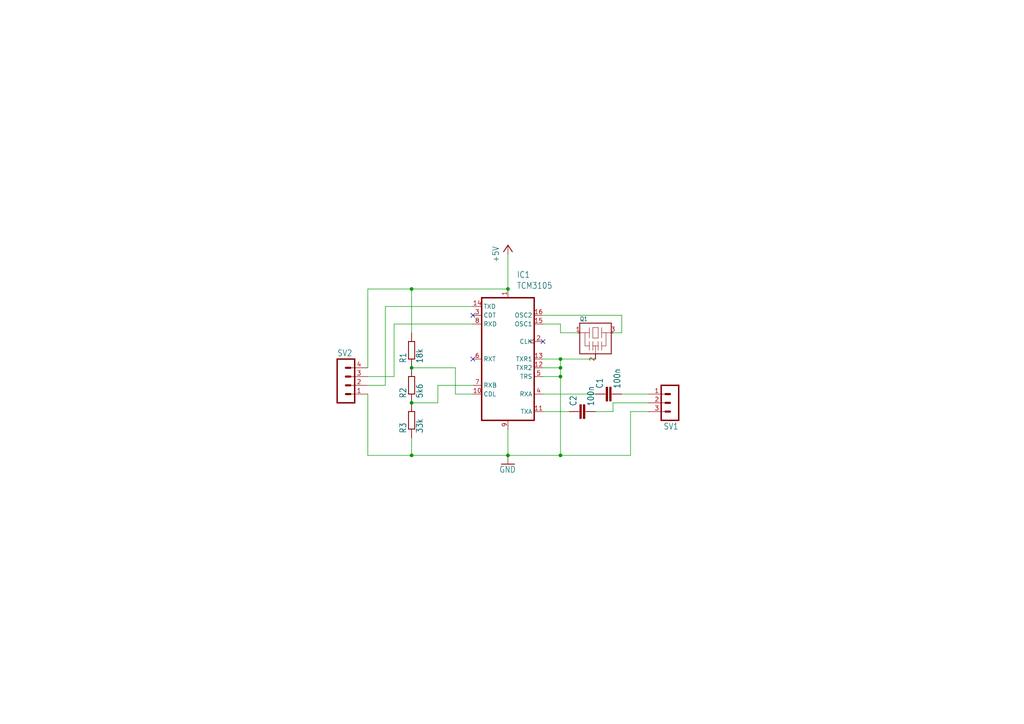
<source format=kicad_sch>
(kicad_sch (version 20230121) (generator eeschema)
  (paper "A4")
  (lib_symbols
    (symbol "FSKmodem-eagle-import:con-lstb_MA03-1"
      (property "Reference" "SV" (at -1.27 5.842 0))
      (symbol "con-lstb_MA03-1_1_0"
        (polyline (pts (xy -1.27 5.08) (xy -1.27 -5.08)) (stroke (width 0.4064)))
        (polyline (pts (xy -1.27 5.08) (xy 3.81 5.08)) (stroke (width 0.4064)))
        (polyline (pts (xy 1.27 -2.54) (xy 2.54 -2.54)) (stroke (width 0.6096)))
        (polyline (pts (xy 1.27 0) (xy 2.54 0)) (stroke (width 0.6096)))
        (polyline (pts (xy 1.27 2.54) (xy 2.54 2.54)) (stroke (width 0.6096)))
        (polyline (pts (xy 3.81 -5.08) (xy -1.27 -5.08)) (stroke (width 0.4064)))
        (polyline (pts (xy 3.81 -5.08) (xy 3.81 5.08)) (stroke (width 0.4064)))
        (pin passive line (at 7.62 -2.54 180) (length 5.08) (name "1") (number "1"))
        (pin passive line (at 7.62 0 180) (length 5.08) (name "2") (number "2"))
        (pin passive line (at 7.62 2.54 180) (length 5.08) (name "3") (number "3"))
      )
    )
    (symbol "FSKmodem-eagle-import:con-lstb_MA04-1"
      (property "Reference" "SV" (at -1.27 5.842 0))
      (symbol "con-lstb_MA04-1_1_0"
        (polyline (pts (xy -1.27 5.08) (xy -1.27 -7.62)) (stroke (width 0.4064)))
        (polyline (pts (xy -1.27 5.08) (xy 3.81 5.08)) (stroke (width 0.4064)))
        (polyline (pts (xy 1.27 -5.08) (xy 2.54 -5.08)) (stroke (width 0.6096)))
        (polyline (pts (xy 1.27 -2.54) (xy 2.54 -2.54)) (stroke (width 0.6096)))
        (polyline (pts (xy 1.27 0) (xy 2.54 0)) (stroke (width 0.6096)))
        (polyline (pts (xy 1.27 2.54) (xy 2.54 2.54)) (stroke (width 0.6096)))
        (polyline (pts (xy 3.81 -7.62) (xy -1.27 -7.62)) (stroke (width 0.4064)))
        (polyline (pts (xy 3.81 -7.62) (xy 3.81 5.08)) (stroke (width 0.4064)))
        (pin passive line (at 7.62 -5.08 180) (length 5.08) (name "1") (number "1"))
        (pin passive line (at 7.62 -2.54 180) (length 5.08) (name "2") (number "2"))
        (pin passive line (at 7.62 0 180) (length 5.08) (name "3") (number "3"))
        (pin passive line (at 7.62 2.54 180) (length 5.08) (name "4") (number "4"))
      )
    )
    (symbol "FSKmodem-eagle-import:murata-resonators_CSTLS_G"
      (property "Reference" "Q" (at -4.572 3.302 0))
      (symbol "murata-resonators_CSTLS_G_1_0"
        (polyline (pts (xy -4.572 -6.096) (xy -4.572 2.794)) (stroke (width 0.254)))
        (polyline (pts (xy -4.572 0) (xy -5.08 0)) (stroke (width 0.254)))
        (polyline (pts (xy -4.572 2.794) (xy 4.572 2.794)) (stroke (width 0.254)))
        (polyline (pts (xy -3.048 -3.81) (xy -1.778 -3.81)) (stroke (width 0.127)))
        (polyline (pts (xy -3.048 0) (xy -4.572 0)) (stroke (width 0.127)))
        (polyline (pts (xy -3.048 0) (xy -3.048 -3.81)) (stroke (width 0.127)))
        (polyline (pts (xy -1.778 -3.81) (xy -1.778 -5.08)) (stroke (width 0.127)))
        (polyline (pts (xy -1.778 -2.54) (xy -1.778 -3.81)) (stroke (width 0.127)))
        (polyline (pts (xy -1.778 0) (xy -3.048 0)) (stroke (width 0.127)))
        (polyline (pts (xy -1.778 0) (xy -1.778 -1.524)) (stroke (width 0.127)))
        (polyline (pts (xy -1.778 1.524) (xy -1.778 0)) (stroke (width 0.127)))
        (polyline (pts (xy -0.762 -3.81) (xy -0.762 -5.08)) (stroke (width 0.127)))
        (polyline (pts (xy -0.762 -3.81) (xy 0 -3.81)) (stroke (width 0.127)))
        (polyline (pts (xy -0.762 -2.54) (xy -0.762 -3.81)) (stroke (width 0.127)))
        (polyline (pts (xy -0.762 -1.524) (xy -0.762 1.524)) (stroke (width 0.127)))
        (polyline (pts (xy -0.762 1.524) (xy 0.762 1.524)) (stroke (width 0.127)))
        (polyline (pts (xy 0 -6.096) (xy 0 -7.62)) (stroke (width 0.254)))
        (polyline (pts (xy 0 -3.81) (xy 0 -6.096)) (stroke (width 0.127)))
        (polyline (pts (xy 0 -3.81) (xy 0.762 -3.81)) (stroke (width 0.127)))
        (polyline (pts (xy 0.762 -3.81) (xy 0.762 -5.08)) (stroke (width 0.127)))
        (polyline (pts (xy 0.762 -2.54) (xy 0.762 -3.81)) (stroke (width 0.127)))
        (polyline (pts (xy 0.762 -1.524) (xy -0.762 -1.524)) (stroke (width 0.127)))
        (polyline (pts (xy 0.762 1.524) (xy 0.762 -1.524)) (stroke (width 0.127)))
        (polyline (pts (xy 1.778 -3.81) (xy 1.778 -5.08)) (stroke (width 0.127)))
        (polyline (pts (xy 1.778 -3.81) (xy 3.048 -3.81)) (stroke (width 0.127)))
        (polyline (pts (xy 1.778 -2.54) (xy 1.778 -3.81)) (stroke (width 0.127)))
        (polyline (pts (xy 1.778 0) (xy 1.778 -1.524)) (stroke (width 0.127)))
        (polyline (pts (xy 1.778 0) (xy 3.048 0)) (stroke (width 0.127)))
        (polyline (pts (xy 1.778 1.524) (xy 1.778 0)) (stroke (width 0.127)))
        (polyline (pts (xy 3.048 -3.81) (xy 3.048 0)) (stroke (width 0.127)))
        (polyline (pts (xy 3.048 0) (xy 4.572 0)) (stroke (width 0.127)))
        (polyline (pts (xy 4.572 -6.096) (xy -4.572 -6.096)) (stroke (width 0.254)))
        (polyline (pts (xy 4.572 0) (xy 5.08 0)) (stroke (width 0.254)))
        (polyline (pts (xy 4.572 2.794) (xy 4.572 -6.096)) (stroke (width 0.254)))
        (pin output line (at -5.08 0 0) (length 0) (name "1") (number "1"))
        (pin power_in line (at 0 -7.62 90) (length 0) (name "VSS") (number "2"))
        (pin input line (at 5.08 0 180) (length 0) (name "3") (number "3"))
      )
    )
    (symbol "FSKmodem-eagle-import:rcl_C-EU050-024X044"
      (property "Reference" "C" (at 1.524 0.381 0))
      (symbol "rcl_C-EU050-024X044_1_0"
        (rectangle (start -2.032 -2.032) (end 2.032 -1.524) (fill (type outline)))
        (rectangle (start -2.032 -1.016) (end 2.032 -0.508) (fill (type outline)))
        (polyline (pts (xy 0 -2.54) (xy 0 -2.032)) (stroke (width 0.1524)))
        (polyline (pts (xy 0 0) (xy 0 -0.508)) (stroke (width 0.1524)))
        (pin passive line (at 0 2.54 270) (length 2.54) (name "1") (number "1"))
        (pin passive line (at 0 -5.08 90) (length 2.54) (name "2") (number "2"))
      )
    )
    (symbol "FSKmodem-eagle-import:rcl_R-EU_0204/5"
      (property "Reference" "R" (at -3.81 1.4986 0))
      (symbol "rcl_R-EU_0204/5_1_0"
        (polyline (pts (xy -2.54 -0.889) (xy -2.54 0.889)) (stroke (width 0.254)))
        (polyline (pts (xy -2.54 -0.889) (xy 2.54 -0.889)) (stroke (width 0.254)))
        (polyline (pts (xy 2.54 -0.889) (xy 2.54 0.889)) (stroke (width 0.254)))
        (polyline (pts (xy 2.54 0.889) (xy -2.54 0.889)) (stroke (width 0.254)))
        (pin passive line (at -5.08 0 0) (length 2.54) (name "1") (number "1"))
        (pin passive line (at 5.08 0 180) (length 2.54) (name "2") (number "2"))
      )
    )
    (symbol "FSKmodem-eagle-import:supply1_+5V" (power)
      (property "Value" "supply1_+5V" (at -2.54 -5.08 90))
      (symbol "supply1_+5V_1_0"
        (polyline (pts (xy 0 0) (xy -1.27 -1.905)) (stroke (width 0.254)))
        (polyline (pts (xy 1.27 -1.905) (xy 0 0)) (stroke (width 0.254)))
        (pin power_in line (at 0 -2.54 90) (length 2.54) (name "+5V") (number "1"))
      )
    )
    (symbol "FSKmodem-eagle-import:supply1_GND" (power)
      (property "Value" "supply1_GND" (at -2.54 -2.54 0))
      (symbol "supply1_GND_1_0"
        (polyline (pts (xy -1.905 0) (xy 1.905 0)) (stroke (width 0.254)))
        (pin power_in line (at 0 2.54 270) (length 2.54) (name "GND") (number "1"))
      )
    )
    (symbol "FSKmodem-eagle-import:tcm3105_TCM3105"
      (property "Reference" "IC" (at 0 15.875 0))
      (symbol "tcm3105_TCM3105_1_0"
        (polyline (pts (xy -10.16 -25.4) (xy -10.16 10.16)) (stroke (width 0.4064)))
        (polyline (pts (xy -10.16 -25.4) (xy 5.08 -25.4)) (stroke (width 0.4064)))
        (polyline (pts (xy 5.08 10.16) (xy -10.16 10.16)) (stroke (width 0.4064)))
        (polyline (pts (xy 5.08 10.16) (xy 5.08 -25.4)) (stroke (width 0.4064)))
        (pin power_in line (at -2.54 12.7 270) (length 2.54) (name "VDD") (number "1"))
        (pin bidirectional line (at -12.7 -17.78 0) (length 2.54) (name "CDL") (number "10"))
        (pin output line (at 7.62 -22.86 180) (length 2.54) (name "TXA") (number "11"))
        (pin input line (at 7.62 -10.16 180) (length 2.54) (name "TXR2") (number "12"))
        (pin input line (at 7.62 -7.62 180) (length 2.54) (name "TXR1") (number "13"))
        (pin input line (at -12.7 7.62 0) (length 2.54) (name "TXD") (number "14"))
        (pin bidirectional line (at 7.62 2.54 180) (length 2.54) (name "OSC1") (number "15"))
        (pin bidirectional line (at 7.62 5.08 180) (length 2.54) (name "OSC2") (number "16"))
        (pin output clock (at 7.62 -2.54 180) (length 2.54) (name "CLK") (number "2"))
        (pin output line (at -12.7 5.08 0) (length 2.54) (name "CDT") (number "3"))
        (pin input line (at 7.62 -17.78 180) (length 2.54) (name "RXA") (number "4"))
        (pin input line (at 7.62 -12.7 180) (length 2.54) (name "TRS") (number "5"))
        (pin bidirectional line (at -12.7 -7.62 0) (length 2.54) (name "RXT") (number "6"))
        (pin bidirectional line (at -12.7 -15.24 0) (length 2.54) (name "RXB") (number "7"))
        (pin output line (at -12.7 2.54 0) (length 2.54) (name "RXD") (number "8"))
        (pin power_in line (at -2.54 -27.94 90) (length 2.54) (name "VSS") (number "9"))
      )
    )
  )
  (junction (at 162.56 104.14))
  (junction (at 119.38 83.82))
  (junction (at 119.38 116.84))
  (junction (at 162.56 106.68))
  (junction (at 119.38 106.68))
  (junction (at 147.32 83.82))
  (junction (at 162.56 109.22))
  (junction (at 162.56 132.08))
  (junction (at 119.38 132.08))
  (junction (at 147.32 132.08))
  (no_connect (at 157.48 99.06))
  (no_connect (at 137.16 91.44))
  (no_connect (at 137.16 104.14))
  (wire (pts (xy 180.34 96.52) (xy 177.8 96.52)) (stroke (width 0.1524)))
  (wire (pts (xy 132.08 114.3) (xy 137.16 114.3)) (stroke (width 0.1524)))
  (wire (pts (xy 106.68 132.08) (xy 106.68 114.3)) (stroke (width 0.1524)))
  (wire (pts (xy 137.16 93.98) (xy 114.3 93.98)) (stroke (width 0.1524)))
  (wire (pts (xy 119.38 106.68) (xy 132.08 106.68)) (stroke (width 0.1524)))
  (wire (pts (xy 177.8 116.84) (xy 187.96 116.84)) (stroke (width 0.1524)))
  (wire (pts (xy 147.32 132.08) (xy 119.38 132.08)) (stroke (width 0.1524)))
  (wire (pts (xy 132.08 106.68) (xy 132.08 114.3)) (stroke (width 0.1524)))
  (wire (pts (xy 111.76 88.9) (xy 111.76 111.76)) (stroke (width 0.1524)))
  (wire (pts (xy 106.68 106.68) (xy 106.68 83.82)) (stroke (width 0.1524)))
  (wire (pts (xy 172.72 119.38) (xy 177.8 119.38)) (stroke (width 0.1524)))
  (wire (pts (xy 127 116.84) (xy 127 111.76)) (stroke (width 0.1524)))
  (wire (pts (xy 106.68 83.82) (xy 119.38 83.82)) (stroke (width 0.1524)))
  (wire (pts (xy 147.32 73.66) (xy 147.32 83.82)) (stroke (width 0.1524)))
  (wire (pts (xy 157.48 109.22) (xy 162.56 109.22)) (stroke (width 0.1524)))
  (wire (pts (xy 157.48 119.38) (xy 165.1 119.38)) (stroke (width 0.1524)))
  (wire (pts (xy 114.3 93.98) (xy 114.3 109.22)) (stroke (width 0.1524)))
  (wire (pts (xy 127 111.76) (xy 137.16 111.76)) (stroke (width 0.1524)))
  (wire (pts (xy 162.56 104.14) (xy 162.56 106.68)) (stroke (width 0.1524)))
  (wire (pts (xy 180.34 114.3) (xy 187.96 114.3)) (stroke (width 0.1524)))
  (wire (pts (xy 111.76 88.9) (xy 137.16 88.9)) (stroke (width 0.1524)))
  (wire (pts (xy 177.8 119.38) (xy 177.8 116.84)) (stroke (width 0.1524)))
  (wire (pts (xy 187.96 119.38) (xy 182.88 119.38)) (stroke (width 0.1524)))
  (wire (pts (xy 147.32 124.46) (xy 147.32 132.08)) (stroke (width 0.1524)))
  (wire (pts (xy 162.56 96.52) (xy 162.56 93.98)) (stroke (width 0.1524)))
  (wire (pts (xy 180.34 91.44) (xy 180.34 96.52)) (stroke (width 0.1524)))
  (wire (pts (xy 162.56 106.68) (xy 162.56 109.22)) (stroke (width 0.1524)))
  (wire (pts (xy 182.88 119.38) (xy 182.88 132.08)) (stroke (width 0.1524)))
  (wire (pts (xy 182.88 132.08) (xy 162.56 132.08)) (stroke (width 0.1524)))
  (wire (pts (xy 119.38 116.84) (xy 127 116.84)) (stroke (width 0.1524)))
  (wire (pts (xy 119.38 96.52) (xy 119.38 83.82)) (stroke (width 0.1524)))
  (wire (pts (xy 162.56 93.98) (xy 157.48 93.98)) (stroke (width 0.1524)))
  (wire (pts (xy 167.64 96.52) (xy 162.56 96.52)) (stroke (width 0.1524)))
  (wire (pts (xy 157.48 104.14) (xy 162.56 104.14)) (stroke (width 0.1524)))
  (wire (pts (xy 111.76 111.76) (xy 106.68 111.76)) (stroke (width 0.1524)))
  (wire (pts (xy 162.56 132.08) (xy 147.32 132.08)) (stroke (width 0.1524)))
  (wire (pts (xy 119.38 83.82) (xy 147.32 83.82)) (stroke (width 0.1524)))
  (wire (pts (xy 119.38 127) (xy 119.38 132.08)) (stroke (width 0.1524)))
  (wire (pts (xy 157.48 91.44) (xy 180.34 91.44)) (stroke (width 0.1524)))
  (wire (pts (xy 157.48 114.3) (xy 172.72 114.3)) (stroke (width 0.1524)))
  (wire (pts (xy 162.56 109.22) (xy 162.56 132.08)) (stroke (width 0.1524)))
  (wire (pts (xy 157.48 106.68) (xy 162.56 106.68)) (stroke (width 0.1524)))
  (wire (pts (xy 119.38 132.08) (xy 106.68 132.08)) (stroke (width 0.1524)))
  (wire (pts (xy 114.3 109.22) (xy 106.68 109.22)) (stroke (width 0.1524)))
  (wire (pts (xy 172.72 104.14) (xy 162.56 104.14)) (stroke (width 0.1524)))
  (symbol (lib_id "FSKmodem-eagle-import:tcm3105_TCM3105") (at 149.86 96.52 0) (unit 1)
    (property "Reference" "IC1" (at 149.86 80.645 0) (effects (font (size 1.778 1.5113)) (justify left bottom)))
    (property "Value" "TCM3105" (at 149.86 83.82 0) (effects (font (size 1.778 1.5113)) (justify left bottom)))
    (property "Footprint" "Package_DIP:DIP-16_W7.62mm" (effects hide))
  )
  (symbol (lib_id "FSKmodem-eagle-import:rcl_R-EU_0204/5") (at 119.38 101.6 90) (unit 1)
    (property "Reference" "R1" (at 117.8814 105.41 0) (effects (font (size 1.778 1.5113)) (justify left bottom)))
    (property "Value" "18k" (at 122.682 105.41 0) (effects (font (size 1.778 1.5113)) (justify left bottom)))
    (property "Footprint" "Resistor_SMD:R_1206_3216Metric_Pad1.30x1.75mm_HandSolder" (effects hide))
  )
  (symbol (lib_id "FSKmodem-eagle-import:rcl_C-EU050-024X044") (at 175.26 114.3 90) (unit 1)
    (property "Reference" "C1" (at 174.879 112.776 0) (effects (font (size 1.778 1.5113)) (justify left bottom)))
    (property "Value" "100n" (at 179.959 112.776 0) (effects (font (size 1.778 1.5113)) (justify left bottom)))
    (property "Footprint" "Capacitor_SMD:C_1206_3216Metric_Pad1.33x1.80mm_HandSolder" (effects hide))
  )
  (symbol (lib_id "FSKmodem-eagle-import:murata-resonators_CSTLS_G") (at 172.72 96.52 0) (unit 1)
    (property "Reference" "Q1" (at 168.148 93.218 0) (effects (font (size 1.27 1.0795)) (justify left bottom)))
    (property "Value" "CSTLS_G" (effects hide))
    (property "Footprint" "Crystal:Resonator-3Pin_W6.0mm_H3.0mm" (effects hide))
  )
  (symbol (lib_id "FSKmodem-eagle-import:con-lstb_MA04-1") (at 99.06 109.22 0) (unit 1)
    (property "Reference" "SV2" (at 97.79 103.378 0) (effects (font (size 1.778 1.5113)) (justify left bottom)))
    (property "Value" "MA04-1" (effects hide))
    (property "Footprint" "Connector_PinHeader_2.54mm:PinHeader_1x04_P2.54mm_Horizontal" (effects hide))
  )
  (symbol (lib_id "FSKmodem-eagle-import:rcl_R-EU_0204/5") (at 119.38 121.92 90) (unit 1)
    (property "Reference" "R3" (at 117.8814 125.73 0) (effects (font (size 1.778 1.5113)) (justify left bottom)))
    (property "Value" "33k" (at 122.682 125.73 0) (effects (font (size 1.778 1.5113)) (justify left bottom)))
    (property "Footprint" "Resistor_SMD:R_1206_3216Metric_Pad1.30x1.75mm_HandSolder" (effects hide))
  )
  (symbol (lib_id "FSKmodem-eagle-import:supply1_+5V") (at 147.32 71.12 0) (unit 1)
    (property "Reference" "#P+01" (effects hide))
    (property "Value" "+5V" (at 144.78 76.2 90) (effects (font (size 1.778 1.5113)) (justify left bottom)))
  )
  (symbol (lib_id "FSKmodem-eagle-import:rcl_R-EU_0204/5") (at 119.38 111.76 90) (unit 1)
    (property "Reference" "R2" (at 117.8814 115.57 0) (effects (font (size 1.778 1.5113)) (justify left bottom)))
    (property "Value" "5k6" (at 122.682 115.57 0) (effects (font (size 1.778 1.5113)) (justify left bottom)))
    (property "Footprint" "Resistor_SMD:R_1206_3216Metric_Pad1.30x1.75mm_HandSolder" (effects hide))
  )
  (symbol (lib_id "FSKmodem-eagle-import:con-lstb_MA03-1") (at 195.58 116.84 180) (unit 1)
    (property "Reference" "SV1" (at 196.85 122.682 0) (effects (font (size 1.778 1.5113)) (justify left bottom)))
    (property "Value" "MA03-1" (effects hide))
    (property "Footprint" "Connector_PinHeader_2.54mm:PinHeader_1x03_P2.54mm_Horizontal" (effects hide))
  )
  (symbol (lib_id "FSKmodem-eagle-import:supply1_GND") (at 147.32 134.62 0) (unit 1)
    (property "Reference" "#GND02" (effects hide))
    (property "Value" "GND" (at 144.78 137.16 0) (effects (font (size 1.778 1.5113)) (justify left bottom)))
  )
  (symbol (lib_id "FSKmodem-eagle-import:rcl_C-EU050-024X044") (at 167.64 119.38 90) (unit 1)
    (property "Reference" "C2" (at 167.259 117.856 0) (effects (font (size 1.778 1.5113)) (justify left bottom)))
    (property "Value" "100n" (at 172.339 117.856 0) (effects (font (size 1.778 1.5113)) (justify left bottom)))
    (property "Footprint" "Capacitor_SMD:C_1206_3216Metric_Pad1.33x1.80mm_HandSolder" (effects hide))
  )
)
</source>
